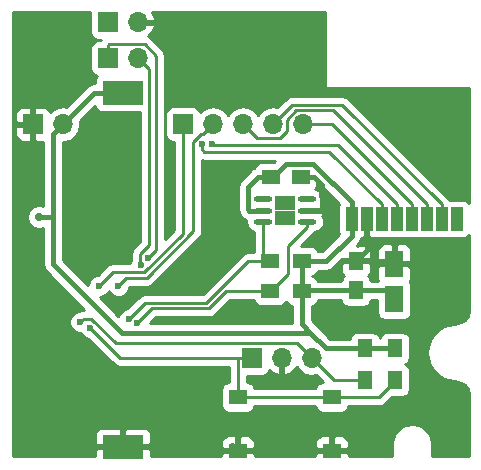
<source format=gtl>
G04 #@! TF.FileFunction,Copper,L1,Top,Signal*
%FSLAX46Y46*%
G04 Gerber Fmt 4.6, Leading zero omitted, Abs format (unit mm)*
G04 Created by KiCad (PCBNEW 4.0.6-e0-6349~53~ubuntu16.04.1) date Sun Jul  2 13:03:49 2017*
%MOMM*%
%LPD*%
G01*
G04 APERTURE LIST*
%ADD10C,0.100000*%
%ADD11R,1.700000X1.700000*%
%ADD12O,1.700000X1.700000*%
%ADD13R,3.500000X2.000000*%
%ADD14R,1.500000X1.300000*%
%ADD15R,1.500000X1.250000*%
%ADD16O,1.630000X0.450000*%
%ADD17R,0.850000X1.300000*%
%ADD18R,1.000000X2.000000*%
%ADD19R,1.600000X2.200000*%
%ADD20R,1.250000X1.500000*%
%ADD21R,1.300000X1.500000*%
%ADD22R,1.550000X1.300000*%
%ADD23C,0.600000*%
%ADD24C,0.700000*%
%ADD25C,0.400000*%
%ADD26C,0.250000*%
%ADD27C,0.254000*%
G04 APERTURE END LIST*
D10*
D11*
X170942000Y-140970000D03*
D12*
X173482000Y-140970000D03*
X176022000Y-140970000D03*
D13*
X160020000Y-118500000D03*
X160020000Y-148500000D03*
D11*
X158750000Y-112522000D03*
D12*
X161290000Y-112522000D03*
D14*
X175169800Y-132765800D03*
X172469800Y-132765800D03*
D15*
X172569800Y-125628400D03*
X175069800Y-125628400D03*
D16*
X175589800Y-129438400D03*
X175589800Y-128488400D03*
X175589800Y-127538400D03*
X171909800Y-127538400D03*
X171909800Y-128488400D03*
X171909800Y-129438400D03*
D17*
X173324800Y-127838400D03*
X173324800Y-129138400D03*
X174174800Y-127838400D03*
X174174800Y-129138400D03*
D14*
X175169800Y-135305800D03*
X172469800Y-135305800D03*
D18*
X179400000Y-129200000D03*
X180670000Y-129200000D03*
X181940000Y-129200000D03*
X183210000Y-129200000D03*
X184480000Y-129200000D03*
X185750000Y-129200000D03*
X187020000Y-129200000D03*
X188290000Y-129200000D03*
D19*
X183000000Y-133000000D03*
X183000000Y-136000000D03*
D20*
X179750000Y-135250000D03*
X179750000Y-132750000D03*
D21*
X183032400Y-140153400D03*
X183032400Y-142853400D03*
X180492400Y-140153400D03*
X180492400Y-142853400D03*
D11*
X158750000Y-115570000D03*
D12*
X161290000Y-115570000D03*
D11*
X152400000Y-121158000D03*
D12*
X154940000Y-121158000D03*
D11*
X165100000Y-121158000D03*
D12*
X167640000Y-121158000D03*
X170180000Y-121158000D03*
X172720000Y-121158000D03*
X175260000Y-121158000D03*
D22*
X169756000Y-148808000D03*
X169756000Y-144308000D03*
X177716000Y-144308000D03*
X177716000Y-148808000D03*
D23*
X174174800Y-129138400D03*
X173324800Y-129138400D03*
X174174800Y-127838400D03*
X173324800Y-127838400D03*
D24*
X152908000Y-129032000D03*
X169164000Y-137160000D03*
X160274000Y-131730312D03*
X168910000Y-128270000D03*
X176808069Y-126410151D03*
X162560000Y-148336000D03*
X184404000Y-133096000D03*
D23*
X159639000Y-134848600D03*
X156425997Y-137922000D03*
X166703977Y-122866255D03*
X167579058Y-122875058D03*
X161544000Y-133096000D03*
X162109687Y-132530313D03*
X161243543Y-138025771D03*
X160528000Y-137668000D03*
X158013400Y-134848600D03*
X157226000Y-138430000D03*
D25*
X175875774Y-138825772D02*
X175169800Y-138119798D01*
X175169800Y-138119798D02*
X175169800Y-135305800D01*
X180492400Y-140153400D02*
X177203402Y-140153400D01*
X177203402Y-140153400D02*
X175875774Y-138825772D01*
X175875774Y-138825772D02*
X159907772Y-138825772D01*
X178967400Y-140153400D02*
X180492400Y-140153400D01*
X183032400Y-136032400D02*
X183000000Y-136000000D01*
X159907772Y-138825772D02*
X154090001Y-133008001D01*
X179400000Y-129200000D02*
X179400000Y-130600000D01*
X179400000Y-130600000D02*
X177234200Y-132765800D01*
X177234200Y-132765800D02*
X176319800Y-132765800D01*
X176319800Y-132765800D02*
X175169800Y-132765800D01*
X175169800Y-135305800D02*
X175169800Y-132765800D01*
X179750000Y-135250000D02*
X175225600Y-135250000D01*
X175225600Y-135250000D02*
X175169800Y-135305800D01*
X175169800Y-135305800D02*
X175069800Y-135305800D01*
X179400000Y-129200000D02*
X179400000Y-127800000D01*
X179400000Y-127800000D02*
X176103399Y-124503399D01*
X176103399Y-124503399D02*
X173819801Y-124503399D01*
X173819801Y-124503399D02*
X172694800Y-125628400D01*
X172694800Y-125628400D02*
X172569800Y-125628400D01*
X172569800Y-125628400D02*
X171419800Y-125628400D01*
X170594790Y-128388390D02*
X170694800Y-128488400D01*
X171419800Y-125628400D02*
X170594790Y-126453410D01*
X170594790Y-126453410D02*
X170594790Y-128388390D01*
X170694800Y-128488400D02*
X171909800Y-128488400D01*
X154090001Y-129794000D02*
X154090001Y-129032000D01*
X154090001Y-129032000D02*
X154090001Y-122007999D01*
X152908000Y-129032000D02*
X154090001Y-129032000D01*
X179400000Y-129200000D02*
X179400000Y-129086998D01*
X180492400Y-140153400D02*
X183032400Y-140153400D01*
X154090001Y-130556000D02*
X154090001Y-129794000D01*
X154090001Y-133008001D02*
X154090001Y-129794000D01*
X154090001Y-130556000D02*
X154090001Y-131171003D01*
X154090001Y-122007999D02*
X154940000Y-121158000D01*
X179400000Y-128700000D02*
X179400000Y-129200000D01*
X179750000Y-135250000D02*
X182250000Y-135250000D01*
X182250000Y-135250000D02*
X183000000Y-136000000D01*
X160020000Y-118500000D02*
X157598000Y-118500000D01*
X157598000Y-118500000D02*
X154940000Y-121158000D01*
X176904810Y-126313410D02*
X176808069Y-126410151D01*
X176808069Y-126410151D02*
X176904810Y-128388390D01*
X175069800Y-125628400D02*
X176219800Y-125628400D01*
X176804800Y-128488400D02*
X175589800Y-128488400D01*
X176219800Y-125628400D02*
X176904810Y-126313410D01*
X176904810Y-128388390D02*
X176804800Y-128488400D01*
X169756000Y-148808000D02*
X170931000Y-148808000D01*
X170931000Y-148808000D02*
X177716000Y-148808000D01*
X169756000Y-148808000D02*
X163032000Y-148808000D01*
X163032000Y-148808000D02*
X162560000Y-148336000D01*
X162396000Y-148500000D02*
X162560000Y-148336000D01*
X160020000Y-148500000D02*
X162396000Y-148500000D01*
X169284000Y-148336000D02*
X169756000Y-148808000D01*
X183000000Y-133000000D02*
X184308000Y-133000000D01*
X184308000Y-133000000D02*
X184404000Y-133096000D01*
X180975000Y-132750000D02*
X182750000Y-132750000D01*
X179750000Y-132750000D02*
X180975000Y-132750000D01*
X179750000Y-132750000D02*
X180670000Y-131830000D01*
X180670000Y-131830000D02*
X180670000Y-129200000D01*
X182750000Y-132750000D02*
X183000000Y-133000000D01*
D26*
X166637231Y-122007999D02*
X166790001Y-122007999D01*
X166790001Y-122007999D02*
X167640000Y-121158000D01*
X165989000Y-122656230D02*
X166637231Y-122007999D01*
X167640000Y-121158000D02*
X167487600Y-121158000D01*
X159639000Y-134848600D02*
X160316589Y-134171011D01*
X160316589Y-134171011D02*
X162030402Y-134171010D01*
X162030402Y-134171010D02*
X165989000Y-130212412D01*
X165989000Y-130212412D02*
X165989000Y-122656230D01*
X176022000Y-140970000D02*
X174746999Y-139694999D01*
X174746999Y-139694999D02*
X159416001Y-139694999D01*
X159416001Y-139694999D02*
X157343003Y-137622001D01*
X157343003Y-137622001D02*
X156725996Y-137622001D01*
X156725996Y-137622001D02*
X156425997Y-137922000D01*
X180492400Y-142853400D02*
X177905400Y-142853400D01*
X177905400Y-142853400D02*
X176022000Y-140970000D01*
X180492400Y-142753400D02*
X180492400Y-142853400D01*
X181940000Y-129200000D02*
X181940000Y-127950000D01*
X181940000Y-127950000D02*
X177490059Y-123500059D01*
X177490059Y-123500059D02*
X166913517Y-123500059D01*
X166913517Y-123500059D02*
X166703977Y-123290519D01*
X166703977Y-123290519D02*
X166703977Y-122866255D01*
X166703977Y-122924979D02*
X166703977Y-122866255D01*
X178196000Y-122936000D02*
X167640000Y-122936000D01*
X167640000Y-122936000D02*
X167579058Y-122875058D01*
X178196000Y-122936000D02*
X183210000Y-127950000D01*
X183210000Y-127950000D02*
X183210000Y-129200000D01*
X185750000Y-129200000D02*
X185750000Y-127950000D01*
X173284001Y-122333001D02*
X171355001Y-122333001D01*
X185750000Y-127950000D02*
X177782999Y-119982999D01*
X177782999Y-119982999D02*
X174695999Y-119982999D01*
X174695999Y-119982999D02*
X173895001Y-120783997D01*
X173895001Y-120783997D02*
X173895001Y-121722001D01*
X171029999Y-122007999D02*
X170180000Y-121158000D01*
X173895001Y-121722001D02*
X173284001Y-122333001D01*
X171355001Y-122333001D02*
X171029999Y-122007999D01*
X187020000Y-129200000D02*
X187020000Y-127950000D01*
X187020000Y-127950000D02*
X178602989Y-119532989D01*
X178602989Y-119532989D02*
X174345011Y-119532989D01*
X174345011Y-119532989D02*
X173569999Y-120308001D01*
X173569999Y-120308001D02*
X172720000Y-121158000D01*
X184480000Y-129200000D02*
X184480000Y-127950000D01*
X184480000Y-127950000D02*
X177688000Y-121158000D01*
X177688000Y-121158000D02*
X176462081Y-121158000D01*
X176462081Y-121158000D02*
X175260000Y-121158000D01*
X161544000Y-133096000D02*
X161544000Y-132889628D01*
X162195001Y-131428999D02*
X162195001Y-116475001D01*
X162195001Y-116475001D02*
X162139999Y-116419999D01*
X161544000Y-132889628D02*
X161484686Y-132830314D01*
X161484686Y-132830314D02*
X161484686Y-132139314D01*
X161484686Y-132139314D02*
X162195001Y-131428999D01*
X162139999Y-116419999D02*
X161290000Y-115570000D01*
X162109687Y-132530313D02*
X162814000Y-131826000D01*
X162814000Y-131826000D02*
X162814000Y-115354998D01*
X162814000Y-115354998D02*
X161854001Y-114394999D01*
X161854001Y-114394999D02*
X158825001Y-114394999D01*
X158825001Y-114394999D02*
X158750000Y-114470000D01*
X158750000Y-114470000D02*
X158750000Y-115570000D01*
X172469800Y-135305800D02*
X172569800Y-135305800D01*
X172569800Y-135305800D02*
X173994799Y-133880801D01*
X173994799Y-133880801D02*
X173994799Y-131508401D01*
X173994799Y-131508401D02*
X175589800Y-129913400D01*
X175589800Y-129913400D02*
X175589800Y-129438400D01*
X167309800Y-136753600D02*
X168757600Y-135305800D01*
X168757600Y-135305800D02*
X172469800Y-135305800D01*
X162515714Y-136753600D02*
X167309800Y-136753600D01*
X161243543Y-138025771D02*
X162515714Y-136753600D01*
X171909800Y-129438400D02*
X171909800Y-132205800D01*
X171909800Y-132205800D02*
X172469800Y-132765800D01*
X167074010Y-136303590D02*
X170611800Y-132765800D01*
X170611800Y-132765800D02*
X172469800Y-132765800D01*
X160528000Y-137668000D02*
X161892410Y-136303590D01*
X161892410Y-136303590D02*
X167074010Y-136303590D01*
X158013400Y-134848600D02*
X159140999Y-133721001D01*
X159140999Y-133721001D02*
X161844001Y-133721001D01*
X161844001Y-133721001D02*
X165100000Y-130465002D01*
X165100000Y-130465002D02*
X165100000Y-122258000D01*
X165100000Y-122258000D02*
X165100000Y-121158000D01*
X159766000Y-140970000D02*
X170942000Y-140970000D01*
X169756000Y-144308000D02*
X169756000Y-141056000D01*
X169756000Y-141056000D02*
X169842000Y-140970000D01*
X169842000Y-140970000D02*
X170942000Y-140970000D01*
X177716000Y-144308000D02*
X181677800Y-144308000D01*
X181677800Y-144308000D02*
X183032400Y-142953400D01*
X183032400Y-142953400D02*
X183032400Y-142853400D01*
X157226000Y-138430000D02*
X159766000Y-140970000D01*
X169756000Y-144308000D02*
X170781000Y-144308000D01*
X170781000Y-144308000D02*
X177716000Y-144308000D01*
X177841000Y-144308000D02*
X177716000Y-144308000D01*
D27*
G36*
X157252560Y-113372000D02*
X157296838Y-113607317D01*
X157435910Y-113823441D01*
X157648110Y-113968431D01*
X157900000Y-114019440D01*
X158154574Y-114019440D01*
X158119080Y-114072560D01*
X157900000Y-114072560D01*
X157664683Y-114116838D01*
X157448559Y-114255910D01*
X157303569Y-114468110D01*
X157252560Y-114720000D01*
X157252560Y-116420000D01*
X157296838Y-116655317D01*
X157435910Y-116871441D01*
X157648110Y-117016431D01*
X157809533Y-117049120D01*
X157673569Y-117248110D01*
X157622560Y-117500000D01*
X157622560Y-117665000D01*
X157598000Y-117665000D01*
X157278460Y-117728560D01*
X157007566Y-117909566D01*
X155217939Y-119699193D01*
X154940000Y-119643907D01*
X154371715Y-119756946D01*
X153889946Y-120078853D01*
X153860597Y-120122777D01*
X153788327Y-119948302D01*
X153609699Y-119769673D01*
X153376310Y-119673000D01*
X152685750Y-119673000D01*
X152527000Y-119831750D01*
X152527000Y-121031000D01*
X152547000Y-121031000D01*
X152547000Y-121285000D01*
X152527000Y-121285000D01*
X152527000Y-122484250D01*
X152685750Y-122643000D01*
X153255001Y-122643000D01*
X153255001Y-128109546D01*
X153104788Y-128047172D01*
X152712931Y-128046830D01*
X152350771Y-128196471D01*
X152073445Y-128473314D01*
X151923172Y-128835212D01*
X151922830Y-129227069D01*
X152072471Y-129589229D01*
X152349314Y-129866555D01*
X152711212Y-130016828D01*
X153103069Y-130017170D01*
X153255001Y-129954393D01*
X153255001Y-133008001D01*
X153318562Y-133327542D01*
X153412989Y-133468862D01*
X153499567Y-133598435D01*
X156763133Y-136862001D01*
X156725996Y-136862001D01*
X156435157Y-136919853D01*
X156334784Y-136986920D01*
X156240830Y-136986838D01*
X155897054Y-137128883D01*
X155633805Y-137391673D01*
X155491159Y-137735201D01*
X155490835Y-138107167D01*
X155632880Y-138450943D01*
X155895670Y-138714192D01*
X156239198Y-138856838D01*
X156390749Y-138856970D01*
X156432883Y-138958943D01*
X156695673Y-139222192D01*
X157039201Y-139364838D01*
X157086077Y-139364879D01*
X159228599Y-141507401D01*
X159475160Y-141672148D01*
X159523414Y-141681746D01*
X159766000Y-141730000D01*
X168996000Y-141730000D01*
X168996000Y-143010560D01*
X168981000Y-143010560D01*
X168745683Y-143054838D01*
X168529559Y-143193910D01*
X168384569Y-143406110D01*
X168333560Y-143658000D01*
X168333560Y-144958000D01*
X168377838Y-145193317D01*
X168516910Y-145409441D01*
X168729110Y-145554431D01*
X168981000Y-145605440D01*
X170531000Y-145605440D01*
X170766317Y-145561162D01*
X170982441Y-145422090D01*
X171127431Y-145209890D01*
X171156164Y-145068000D01*
X176314258Y-145068000D01*
X176337838Y-145193317D01*
X176476910Y-145409441D01*
X176689110Y-145554431D01*
X176941000Y-145605440D01*
X178491000Y-145605440D01*
X178726317Y-145561162D01*
X178942441Y-145422090D01*
X179087431Y-145209890D01*
X179116164Y-145068000D01*
X181677800Y-145068000D01*
X181968639Y-145010148D01*
X182215201Y-144845401D01*
X182809762Y-144250840D01*
X183682400Y-144250840D01*
X183917717Y-144206562D01*
X184133841Y-144067490D01*
X184278831Y-143855290D01*
X184329840Y-143603400D01*
X184329840Y-142103400D01*
X184285562Y-141868083D01*
X184146490Y-141651959D01*
X183934290Y-141506969D01*
X183921203Y-141504319D01*
X184133841Y-141367490D01*
X184278831Y-141155290D01*
X184329840Y-140903400D01*
X184329840Y-139403400D01*
X184285562Y-139168083D01*
X184146490Y-138951959D01*
X183934290Y-138806969D01*
X183682400Y-138755960D01*
X182382400Y-138755960D01*
X182147083Y-138800238D01*
X181930959Y-138939310D01*
X181785969Y-139151510D01*
X181763407Y-139262923D01*
X181745562Y-139168083D01*
X181606490Y-138951959D01*
X181394290Y-138806969D01*
X181142400Y-138755960D01*
X179842400Y-138755960D01*
X179607083Y-138800238D01*
X179390959Y-138939310D01*
X179245969Y-139151510D01*
X179212173Y-139318400D01*
X177549270Y-139318400D01*
X176004800Y-137773930D01*
X176004800Y-136587246D01*
X176155117Y-136558962D01*
X176371241Y-136419890D01*
X176516231Y-136207690D01*
X176541076Y-136085000D01*
X178493554Y-136085000D01*
X178521838Y-136235317D01*
X178660910Y-136451441D01*
X178873110Y-136596431D01*
X179125000Y-136647440D01*
X180375000Y-136647440D01*
X180610317Y-136603162D01*
X180826441Y-136464090D01*
X180971431Y-136251890D01*
X181005227Y-136085000D01*
X181552560Y-136085000D01*
X181552560Y-137100000D01*
X181596838Y-137335317D01*
X181735910Y-137551441D01*
X181948110Y-137696431D01*
X182200000Y-137747440D01*
X183800000Y-137747440D01*
X184035317Y-137703162D01*
X184251441Y-137564090D01*
X184396431Y-137351890D01*
X184447440Y-137100000D01*
X184447440Y-134900000D01*
X184403162Y-134664683D01*
X184297518Y-134500507D01*
X184338327Y-134459698D01*
X184435000Y-134226309D01*
X184435000Y-133285750D01*
X184276250Y-133127000D01*
X183127000Y-133127000D01*
X183127000Y-133147000D01*
X182873000Y-133147000D01*
X182873000Y-133127000D01*
X181723750Y-133127000D01*
X181565000Y-133285750D01*
X181565000Y-134226309D01*
X181643158Y-134415000D01*
X181006446Y-134415000D01*
X180978162Y-134264683D01*
X180839090Y-134048559D01*
X180770994Y-134002031D01*
X180913327Y-133859698D01*
X181010000Y-133626309D01*
X181010000Y-133035750D01*
X180851250Y-132877000D01*
X179877000Y-132877000D01*
X179877000Y-132897000D01*
X179623000Y-132897000D01*
X179623000Y-132877000D01*
X178648750Y-132877000D01*
X178490000Y-133035750D01*
X178490000Y-133626309D01*
X178586673Y-133859698D01*
X178727910Y-134000936D01*
X178673559Y-134035910D01*
X178528569Y-134248110D01*
X178494773Y-134415000D01*
X176519434Y-134415000D01*
X176383890Y-134204359D01*
X176171690Y-134059369D01*
X176060277Y-134036807D01*
X176155117Y-134018962D01*
X176371241Y-133879890D01*
X176516231Y-133667690D01*
X176529777Y-133600800D01*
X177234200Y-133600800D01*
X177553741Y-133537239D01*
X177824634Y-133356234D01*
X178603309Y-132577559D01*
X178648750Y-132623000D01*
X179623000Y-132623000D01*
X179623000Y-132603000D01*
X179877000Y-132603000D01*
X179877000Y-132623000D01*
X180851250Y-132623000D01*
X181010000Y-132464250D01*
X181010000Y-131873691D01*
X180968579Y-131773691D01*
X181565000Y-131773691D01*
X181565000Y-132714250D01*
X181723750Y-132873000D01*
X182873000Y-132873000D01*
X182873000Y-131423750D01*
X183127000Y-131423750D01*
X183127000Y-132873000D01*
X184276250Y-132873000D01*
X184435000Y-132714250D01*
X184435000Y-131773691D01*
X184338327Y-131540302D01*
X184159699Y-131361673D01*
X183926310Y-131265000D01*
X183285750Y-131265000D01*
X183127000Y-131423750D01*
X182873000Y-131423750D01*
X182714250Y-131265000D01*
X182073690Y-131265000D01*
X181840301Y-131361673D01*
X181661673Y-131540302D01*
X181565000Y-131773691D01*
X180968579Y-131773691D01*
X180913327Y-131640302D01*
X180734699Y-131461673D01*
X180501310Y-131365000D01*
X180035750Y-131365000D01*
X179877002Y-131523748D01*
X179877002Y-131365000D01*
X179815868Y-131365000D01*
X179990434Y-131190434D01*
X180171440Y-130919540D01*
X180188256Y-130835000D01*
X180384250Y-130835000D01*
X180543000Y-130676250D01*
X180543000Y-130221925D01*
X180547440Y-130200000D01*
X180547440Y-129053000D01*
X180792560Y-129053000D01*
X180792560Y-130200000D01*
X180797000Y-130223597D01*
X180797000Y-130676250D01*
X180955750Y-130835000D01*
X181296309Y-130835000D01*
X181323320Y-130823812D01*
X181440000Y-130847440D01*
X182440000Y-130847440D01*
X182579956Y-130821105D01*
X182710000Y-130847440D01*
X183710000Y-130847440D01*
X183849956Y-130821105D01*
X183980000Y-130847440D01*
X184980000Y-130847440D01*
X185119956Y-130821105D01*
X185250000Y-130847440D01*
X186250000Y-130847440D01*
X186389956Y-130821105D01*
X186520000Y-130847440D01*
X187520000Y-130847440D01*
X187659956Y-130821105D01*
X187790000Y-130847440D01*
X188790000Y-130847440D01*
X189025317Y-130803162D01*
X189241441Y-130664090D01*
X189290000Y-130593022D01*
X189290000Y-136930069D01*
X189197983Y-137392667D01*
X188975555Y-137725555D01*
X188642666Y-137947984D01*
X188111486Y-138053642D01*
X188111481Y-138053644D01*
X187441790Y-138186853D01*
X187324738Y-138235338D01*
X187185849Y-138292867D01*
X186618108Y-138672219D01*
X186520164Y-138770164D01*
X186422219Y-138868108D01*
X186042867Y-139435849D01*
X186009321Y-139516838D01*
X185936853Y-139691790D01*
X185803642Y-140361486D01*
X185803643Y-140500000D01*
X185803642Y-140638514D01*
X185936853Y-141308210D01*
X185961408Y-141367490D01*
X186042867Y-141564151D01*
X186422219Y-142131892D01*
X186520164Y-142229836D01*
X186618108Y-142327781D01*
X187185849Y-142707133D01*
X187297549Y-142753400D01*
X187441790Y-142813147D01*
X188111481Y-142946356D01*
X188111486Y-142946358D01*
X188642666Y-143052016D01*
X188975555Y-143274445D01*
X189197983Y-143607333D01*
X189290000Y-144069931D01*
X189290000Y-149290000D01*
X186210000Y-149290000D01*
X186210000Y-148250000D01*
X186196358Y-148181416D01*
X186196358Y-148111486D01*
X186120238Y-147728804D01*
X186014223Y-147472863D01*
X186014223Y-147472862D01*
X185797451Y-147148438D01*
X185601562Y-146952550D01*
X185601561Y-146952549D01*
X185277138Y-146735776D01*
X185093368Y-146659657D01*
X185021196Y-146629762D01*
X184638513Y-146553642D01*
X184500000Y-146553642D01*
X183978804Y-146629762D01*
X183906632Y-146659657D01*
X183722862Y-146735777D01*
X183398438Y-146952549D01*
X183239501Y-147111487D01*
X183202549Y-147148439D01*
X182985776Y-147472862D01*
X182935581Y-147594046D01*
X182879762Y-147728804D01*
X182803642Y-148111487D01*
X182803642Y-148181416D01*
X182790000Y-148250000D01*
X182790000Y-149290000D01*
X179126000Y-149290000D01*
X179126000Y-149093750D01*
X178967250Y-148935000D01*
X177843000Y-148935000D01*
X177843000Y-148955000D01*
X177589000Y-148955000D01*
X177589000Y-148935000D01*
X176464750Y-148935000D01*
X176306000Y-149093750D01*
X176306000Y-149290000D01*
X171166000Y-149290000D01*
X171166000Y-149093750D01*
X171007250Y-148935000D01*
X169883000Y-148935000D01*
X169883000Y-148955000D01*
X169629000Y-148955000D01*
X169629000Y-148935000D01*
X168504750Y-148935000D01*
X168346000Y-149093750D01*
X168346000Y-149290000D01*
X162405000Y-149290000D01*
X162405000Y-148785750D01*
X162246250Y-148627000D01*
X160147000Y-148627000D01*
X160147000Y-148647000D01*
X159893000Y-148647000D01*
X159893000Y-148627000D01*
X157793750Y-148627000D01*
X157635000Y-148785750D01*
X157635000Y-149290000D01*
X150710000Y-149290000D01*
X150710000Y-147373691D01*
X157635000Y-147373691D01*
X157635000Y-148214250D01*
X157793750Y-148373000D01*
X159893000Y-148373000D01*
X159893000Y-147023750D01*
X160147000Y-147023750D01*
X160147000Y-148373000D01*
X162246250Y-148373000D01*
X162405000Y-148214250D01*
X162405000Y-148031690D01*
X168346000Y-148031690D01*
X168346000Y-148522250D01*
X168504750Y-148681000D01*
X169629000Y-148681000D01*
X169629000Y-147681750D01*
X169883000Y-147681750D01*
X169883000Y-148681000D01*
X171007250Y-148681000D01*
X171166000Y-148522250D01*
X171166000Y-148031690D01*
X176306000Y-148031690D01*
X176306000Y-148522250D01*
X176464750Y-148681000D01*
X177589000Y-148681000D01*
X177589000Y-147681750D01*
X177843000Y-147681750D01*
X177843000Y-148681000D01*
X178967250Y-148681000D01*
X179126000Y-148522250D01*
X179126000Y-148031690D01*
X179029327Y-147798301D01*
X178850698Y-147619673D01*
X178617309Y-147523000D01*
X178001750Y-147523000D01*
X177843000Y-147681750D01*
X177589000Y-147681750D01*
X177430250Y-147523000D01*
X176814691Y-147523000D01*
X176581302Y-147619673D01*
X176402673Y-147798301D01*
X176306000Y-148031690D01*
X171166000Y-148031690D01*
X171069327Y-147798301D01*
X170890698Y-147619673D01*
X170657309Y-147523000D01*
X170041750Y-147523000D01*
X169883000Y-147681750D01*
X169629000Y-147681750D01*
X169470250Y-147523000D01*
X168854691Y-147523000D01*
X168621302Y-147619673D01*
X168442673Y-147798301D01*
X168346000Y-148031690D01*
X162405000Y-148031690D01*
X162405000Y-147373691D01*
X162308327Y-147140302D01*
X162129699Y-146961673D01*
X161896310Y-146865000D01*
X160305750Y-146865000D01*
X160147000Y-147023750D01*
X159893000Y-147023750D01*
X159734250Y-146865000D01*
X158143690Y-146865000D01*
X157910301Y-146961673D01*
X157731673Y-147140302D01*
X157635000Y-147373691D01*
X150710000Y-147373691D01*
X150710000Y-121443750D01*
X150915000Y-121443750D01*
X150915000Y-122134309D01*
X151011673Y-122367698D01*
X151190301Y-122546327D01*
X151423690Y-122643000D01*
X152114250Y-122643000D01*
X152273000Y-122484250D01*
X152273000Y-121285000D01*
X151073750Y-121285000D01*
X150915000Y-121443750D01*
X150710000Y-121443750D01*
X150710000Y-120181691D01*
X150915000Y-120181691D01*
X150915000Y-120872250D01*
X151073750Y-121031000D01*
X152273000Y-121031000D01*
X152273000Y-119831750D01*
X152114250Y-119673000D01*
X151423690Y-119673000D01*
X151190301Y-119769673D01*
X151011673Y-119948302D01*
X150915000Y-120181691D01*
X150710000Y-120181691D01*
X150710000Y-111710000D01*
X157252560Y-111710000D01*
X157252560Y-113372000D01*
X157252560Y-113372000D01*
G37*
X157252560Y-113372000D02*
X157296838Y-113607317D01*
X157435910Y-113823441D01*
X157648110Y-113968431D01*
X157900000Y-114019440D01*
X158154574Y-114019440D01*
X158119080Y-114072560D01*
X157900000Y-114072560D01*
X157664683Y-114116838D01*
X157448559Y-114255910D01*
X157303569Y-114468110D01*
X157252560Y-114720000D01*
X157252560Y-116420000D01*
X157296838Y-116655317D01*
X157435910Y-116871441D01*
X157648110Y-117016431D01*
X157809533Y-117049120D01*
X157673569Y-117248110D01*
X157622560Y-117500000D01*
X157622560Y-117665000D01*
X157598000Y-117665000D01*
X157278460Y-117728560D01*
X157007566Y-117909566D01*
X155217939Y-119699193D01*
X154940000Y-119643907D01*
X154371715Y-119756946D01*
X153889946Y-120078853D01*
X153860597Y-120122777D01*
X153788327Y-119948302D01*
X153609699Y-119769673D01*
X153376310Y-119673000D01*
X152685750Y-119673000D01*
X152527000Y-119831750D01*
X152527000Y-121031000D01*
X152547000Y-121031000D01*
X152547000Y-121285000D01*
X152527000Y-121285000D01*
X152527000Y-122484250D01*
X152685750Y-122643000D01*
X153255001Y-122643000D01*
X153255001Y-128109546D01*
X153104788Y-128047172D01*
X152712931Y-128046830D01*
X152350771Y-128196471D01*
X152073445Y-128473314D01*
X151923172Y-128835212D01*
X151922830Y-129227069D01*
X152072471Y-129589229D01*
X152349314Y-129866555D01*
X152711212Y-130016828D01*
X153103069Y-130017170D01*
X153255001Y-129954393D01*
X153255001Y-133008001D01*
X153318562Y-133327542D01*
X153412989Y-133468862D01*
X153499567Y-133598435D01*
X156763133Y-136862001D01*
X156725996Y-136862001D01*
X156435157Y-136919853D01*
X156334784Y-136986920D01*
X156240830Y-136986838D01*
X155897054Y-137128883D01*
X155633805Y-137391673D01*
X155491159Y-137735201D01*
X155490835Y-138107167D01*
X155632880Y-138450943D01*
X155895670Y-138714192D01*
X156239198Y-138856838D01*
X156390749Y-138856970D01*
X156432883Y-138958943D01*
X156695673Y-139222192D01*
X157039201Y-139364838D01*
X157086077Y-139364879D01*
X159228599Y-141507401D01*
X159475160Y-141672148D01*
X159523414Y-141681746D01*
X159766000Y-141730000D01*
X168996000Y-141730000D01*
X168996000Y-143010560D01*
X168981000Y-143010560D01*
X168745683Y-143054838D01*
X168529559Y-143193910D01*
X168384569Y-143406110D01*
X168333560Y-143658000D01*
X168333560Y-144958000D01*
X168377838Y-145193317D01*
X168516910Y-145409441D01*
X168729110Y-145554431D01*
X168981000Y-145605440D01*
X170531000Y-145605440D01*
X170766317Y-145561162D01*
X170982441Y-145422090D01*
X171127431Y-145209890D01*
X171156164Y-145068000D01*
X176314258Y-145068000D01*
X176337838Y-145193317D01*
X176476910Y-145409441D01*
X176689110Y-145554431D01*
X176941000Y-145605440D01*
X178491000Y-145605440D01*
X178726317Y-145561162D01*
X178942441Y-145422090D01*
X179087431Y-145209890D01*
X179116164Y-145068000D01*
X181677800Y-145068000D01*
X181968639Y-145010148D01*
X182215201Y-144845401D01*
X182809762Y-144250840D01*
X183682400Y-144250840D01*
X183917717Y-144206562D01*
X184133841Y-144067490D01*
X184278831Y-143855290D01*
X184329840Y-143603400D01*
X184329840Y-142103400D01*
X184285562Y-141868083D01*
X184146490Y-141651959D01*
X183934290Y-141506969D01*
X183921203Y-141504319D01*
X184133841Y-141367490D01*
X184278831Y-141155290D01*
X184329840Y-140903400D01*
X184329840Y-139403400D01*
X184285562Y-139168083D01*
X184146490Y-138951959D01*
X183934290Y-138806969D01*
X183682400Y-138755960D01*
X182382400Y-138755960D01*
X182147083Y-138800238D01*
X181930959Y-138939310D01*
X181785969Y-139151510D01*
X181763407Y-139262923D01*
X181745562Y-139168083D01*
X181606490Y-138951959D01*
X181394290Y-138806969D01*
X181142400Y-138755960D01*
X179842400Y-138755960D01*
X179607083Y-138800238D01*
X179390959Y-138939310D01*
X179245969Y-139151510D01*
X179212173Y-139318400D01*
X177549270Y-139318400D01*
X176004800Y-137773930D01*
X176004800Y-136587246D01*
X176155117Y-136558962D01*
X176371241Y-136419890D01*
X176516231Y-136207690D01*
X176541076Y-136085000D01*
X178493554Y-136085000D01*
X178521838Y-136235317D01*
X178660910Y-136451441D01*
X178873110Y-136596431D01*
X179125000Y-136647440D01*
X180375000Y-136647440D01*
X180610317Y-136603162D01*
X180826441Y-136464090D01*
X180971431Y-136251890D01*
X181005227Y-136085000D01*
X181552560Y-136085000D01*
X181552560Y-137100000D01*
X181596838Y-137335317D01*
X181735910Y-137551441D01*
X181948110Y-137696431D01*
X182200000Y-137747440D01*
X183800000Y-137747440D01*
X184035317Y-137703162D01*
X184251441Y-137564090D01*
X184396431Y-137351890D01*
X184447440Y-137100000D01*
X184447440Y-134900000D01*
X184403162Y-134664683D01*
X184297518Y-134500507D01*
X184338327Y-134459698D01*
X184435000Y-134226309D01*
X184435000Y-133285750D01*
X184276250Y-133127000D01*
X183127000Y-133127000D01*
X183127000Y-133147000D01*
X182873000Y-133147000D01*
X182873000Y-133127000D01*
X181723750Y-133127000D01*
X181565000Y-133285750D01*
X181565000Y-134226309D01*
X181643158Y-134415000D01*
X181006446Y-134415000D01*
X180978162Y-134264683D01*
X180839090Y-134048559D01*
X180770994Y-134002031D01*
X180913327Y-133859698D01*
X181010000Y-133626309D01*
X181010000Y-133035750D01*
X180851250Y-132877000D01*
X179877000Y-132877000D01*
X179877000Y-132897000D01*
X179623000Y-132897000D01*
X179623000Y-132877000D01*
X178648750Y-132877000D01*
X178490000Y-133035750D01*
X178490000Y-133626309D01*
X178586673Y-133859698D01*
X178727910Y-134000936D01*
X178673559Y-134035910D01*
X178528569Y-134248110D01*
X178494773Y-134415000D01*
X176519434Y-134415000D01*
X176383890Y-134204359D01*
X176171690Y-134059369D01*
X176060277Y-134036807D01*
X176155117Y-134018962D01*
X176371241Y-133879890D01*
X176516231Y-133667690D01*
X176529777Y-133600800D01*
X177234200Y-133600800D01*
X177553741Y-133537239D01*
X177824634Y-133356234D01*
X178603309Y-132577559D01*
X178648750Y-132623000D01*
X179623000Y-132623000D01*
X179623000Y-132603000D01*
X179877000Y-132603000D01*
X179877000Y-132623000D01*
X180851250Y-132623000D01*
X181010000Y-132464250D01*
X181010000Y-131873691D01*
X180968579Y-131773691D01*
X181565000Y-131773691D01*
X181565000Y-132714250D01*
X181723750Y-132873000D01*
X182873000Y-132873000D01*
X182873000Y-131423750D01*
X183127000Y-131423750D01*
X183127000Y-132873000D01*
X184276250Y-132873000D01*
X184435000Y-132714250D01*
X184435000Y-131773691D01*
X184338327Y-131540302D01*
X184159699Y-131361673D01*
X183926310Y-131265000D01*
X183285750Y-131265000D01*
X183127000Y-131423750D01*
X182873000Y-131423750D01*
X182714250Y-131265000D01*
X182073690Y-131265000D01*
X181840301Y-131361673D01*
X181661673Y-131540302D01*
X181565000Y-131773691D01*
X180968579Y-131773691D01*
X180913327Y-131640302D01*
X180734699Y-131461673D01*
X180501310Y-131365000D01*
X180035750Y-131365000D01*
X179877002Y-131523748D01*
X179877002Y-131365000D01*
X179815868Y-131365000D01*
X179990434Y-131190434D01*
X180171440Y-130919540D01*
X180188256Y-130835000D01*
X180384250Y-130835000D01*
X180543000Y-130676250D01*
X180543000Y-130221925D01*
X180547440Y-130200000D01*
X180547440Y-129053000D01*
X180792560Y-129053000D01*
X180792560Y-130200000D01*
X180797000Y-130223597D01*
X180797000Y-130676250D01*
X180955750Y-130835000D01*
X181296309Y-130835000D01*
X181323320Y-130823812D01*
X181440000Y-130847440D01*
X182440000Y-130847440D01*
X182579956Y-130821105D01*
X182710000Y-130847440D01*
X183710000Y-130847440D01*
X183849956Y-130821105D01*
X183980000Y-130847440D01*
X184980000Y-130847440D01*
X185119956Y-130821105D01*
X185250000Y-130847440D01*
X186250000Y-130847440D01*
X186389956Y-130821105D01*
X186520000Y-130847440D01*
X187520000Y-130847440D01*
X187659956Y-130821105D01*
X187790000Y-130847440D01*
X188790000Y-130847440D01*
X189025317Y-130803162D01*
X189241441Y-130664090D01*
X189290000Y-130593022D01*
X189290000Y-136930069D01*
X189197983Y-137392667D01*
X188975555Y-137725555D01*
X188642666Y-137947984D01*
X188111486Y-138053642D01*
X188111481Y-138053644D01*
X187441790Y-138186853D01*
X187324738Y-138235338D01*
X187185849Y-138292867D01*
X186618108Y-138672219D01*
X186520164Y-138770164D01*
X186422219Y-138868108D01*
X186042867Y-139435849D01*
X186009321Y-139516838D01*
X185936853Y-139691790D01*
X185803642Y-140361486D01*
X185803643Y-140500000D01*
X185803642Y-140638514D01*
X185936853Y-141308210D01*
X185961408Y-141367490D01*
X186042867Y-141564151D01*
X186422219Y-142131892D01*
X186520164Y-142229836D01*
X186618108Y-142327781D01*
X187185849Y-142707133D01*
X187297549Y-142753400D01*
X187441790Y-142813147D01*
X188111481Y-142946356D01*
X188111486Y-142946358D01*
X188642666Y-143052016D01*
X188975555Y-143274445D01*
X189197983Y-143607333D01*
X189290000Y-144069931D01*
X189290000Y-149290000D01*
X186210000Y-149290000D01*
X186210000Y-148250000D01*
X186196358Y-148181416D01*
X186196358Y-148111486D01*
X186120238Y-147728804D01*
X186014223Y-147472863D01*
X186014223Y-147472862D01*
X185797451Y-147148438D01*
X185601562Y-146952550D01*
X185601561Y-146952549D01*
X185277138Y-146735776D01*
X185093368Y-146659657D01*
X185021196Y-146629762D01*
X184638513Y-146553642D01*
X184500000Y-146553642D01*
X183978804Y-146629762D01*
X183906632Y-146659657D01*
X183722862Y-146735777D01*
X183398438Y-146952549D01*
X183239501Y-147111487D01*
X183202549Y-147148439D01*
X182985776Y-147472862D01*
X182935581Y-147594046D01*
X182879762Y-147728804D01*
X182803642Y-148111487D01*
X182803642Y-148181416D01*
X182790000Y-148250000D01*
X182790000Y-149290000D01*
X179126000Y-149290000D01*
X179126000Y-149093750D01*
X178967250Y-148935000D01*
X177843000Y-148935000D01*
X177843000Y-148955000D01*
X177589000Y-148955000D01*
X177589000Y-148935000D01*
X176464750Y-148935000D01*
X176306000Y-149093750D01*
X176306000Y-149290000D01*
X171166000Y-149290000D01*
X171166000Y-149093750D01*
X171007250Y-148935000D01*
X169883000Y-148935000D01*
X169883000Y-148955000D01*
X169629000Y-148955000D01*
X169629000Y-148935000D01*
X168504750Y-148935000D01*
X168346000Y-149093750D01*
X168346000Y-149290000D01*
X162405000Y-149290000D01*
X162405000Y-148785750D01*
X162246250Y-148627000D01*
X160147000Y-148627000D01*
X160147000Y-148647000D01*
X159893000Y-148647000D01*
X159893000Y-148627000D01*
X157793750Y-148627000D01*
X157635000Y-148785750D01*
X157635000Y-149290000D01*
X150710000Y-149290000D01*
X150710000Y-147373691D01*
X157635000Y-147373691D01*
X157635000Y-148214250D01*
X157793750Y-148373000D01*
X159893000Y-148373000D01*
X159893000Y-147023750D01*
X160147000Y-147023750D01*
X160147000Y-148373000D01*
X162246250Y-148373000D01*
X162405000Y-148214250D01*
X162405000Y-148031690D01*
X168346000Y-148031690D01*
X168346000Y-148522250D01*
X168504750Y-148681000D01*
X169629000Y-148681000D01*
X169629000Y-147681750D01*
X169883000Y-147681750D01*
X169883000Y-148681000D01*
X171007250Y-148681000D01*
X171166000Y-148522250D01*
X171166000Y-148031690D01*
X176306000Y-148031690D01*
X176306000Y-148522250D01*
X176464750Y-148681000D01*
X177589000Y-148681000D01*
X177589000Y-147681750D01*
X177843000Y-147681750D01*
X177843000Y-148681000D01*
X178967250Y-148681000D01*
X179126000Y-148522250D01*
X179126000Y-148031690D01*
X179029327Y-147798301D01*
X178850698Y-147619673D01*
X178617309Y-147523000D01*
X178001750Y-147523000D01*
X177843000Y-147681750D01*
X177589000Y-147681750D01*
X177430250Y-147523000D01*
X176814691Y-147523000D01*
X176581302Y-147619673D01*
X176402673Y-147798301D01*
X176306000Y-148031690D01*
X171166000Y-148031690D01*
X171069327Y-147798301D01*
X170890698Y-147619673D01*
X170657309Y-147523000D01*
X170041750Y-147523000D01*
X169883000Y-147681750D01*
X169629000Y-147681750D01*
X169470250Y-147523000D01*
X168854691Y-147523000D01*
X168621302Y-147619673D01*
X168442673Y-147798301D01*
X168346000Y-148031690D01*
X162405000Y-148031690D01*
X162405000Y-147373691D01*
X162308327Y-147140302D01*
X162129699Y-146961673D01*
X161896310Y-146865000D01*
X160305750Y-146865000D01*
X160147000Y-147023750D01*
X159893000Y-147023750D01*
X159734250Y-146865000D01*
X158143690Y-146865000D01*
X157910301Y-146961673D01*
X157731673Y-147140302D01*
X157635000Y-147373691D01*
X150710000Y-147373691D01*
X150710000Y-121443750D01*
X150915000Y-121443750D01*
X150915000Y-122134309D01*
X151011673Y-122367698D01*
X151190301Y-122546327D01*
X151423690Y-122643000D01*
X152114250Y-122643000D01*
X152273000Y-122484250D01*
X152273000Y-121285000D01*
X151073750Y-121285000D01*
X150915000Y-121443750D01*
X150710000Y-121443750D01*
X150710000Y-120181691D01*
X150915000Y-120181691D01*
X150915000Y-120872250D01*
X151073750Y-121031000D01*
X152273000Y-121031000D01*
X152273000Y-119831750D01*
X152114250Y-119673000D01*
X151423690Y-119673000D01*
X151190301Y-119769673D01*
X151011673Y-119948302D01*
X150915000Y-120181691D01*
X150710000Y-120181691D01*
X150710000Y-111710000D01*
X157252560Y-111710000D01*
X157252560Y-113372000D01*
G36*
X173609000Y-140843000D02*
X173629000Y-140843000D01*
X173629000Y-141097000D01*
X173609000Y-141097000D01*
X173609000Y-142290155D01*
X173838890Y-142411476D01*
X174248924Y-142241645D01*
X174677183Y-141851358D01*
X174744298Y-141708447D01*
X174971946Y-142049147D01*
X175453715Y-142371054D01*
X176022000Y-142484093D01*
X176388408Y-142411210D01*
X176987758Y-143010560D01*
X176941000Y-143010560D01*
X176705683Y-143054838D01*
X176489559Y-143193910D01*
X176344569Y-143406110D01*
X176315836Y-143548000D01*
X171157742Y-143548000D01*
X171134162Y-143422683D01*
X170995090Y-143206559D01*
X170782890Y-143061569D01*
X170531000Y-143010560D01*
X170516000Y-143010560D01*
X170516000Y-142467440D01*
X171792000Y-142467440D01*
X172027317Y-142423162D01*
X172243441Y-142284090D01*
X172388431Y-142071890D01*
X172410301Y-141963893D01*
X172715076Y-142241645D01*
X173125110Y-142411476D01*
X173355000Y-142290155D01*
X173355000Y-141097000D01*
X173335000Y-141097000D01*
X173335000Y-140843000D01*
X173355000Y-140843000D01*
X173355000Y-140823000D01*
X173609000Y-140823000D01*
X173609000Y-140843000D01*
X173609000Y-140843000D01*
G37*
X173609000Y-140843000D02*
X173629000Y-140843000D01*
X173629000Y-141097000D01*
X173609000Y-141097000D01*
X173609000Y-142290155D01*
X173838890Y-142411476D01*
X174248924Y-142241645D01*
X174677183Y-141851358D01*
X174744298Y-141708447D01*
X174971946Y-142049147D01*
X175453715Y-142371054D01*
X176022000Y-142484093D01*
X176388408Y-142411210D01*
X176987758Y-143010560D01*
X176941000Y-143010560D01*
X176705683Y-143054838D01*
X176489559Y-143193910D01*
X176344569Y-143406110D01*
X176315836Y-143548000D01*
X171157742Y-143548000D01*
X171134162Y-143422683D01*
X170995090Y-143206559D01*
X170782890Y-143061569D01*
X170531000Y-143010560D01*
X170516000Y-143010560D01*
X170516000Y-142467440D01*
X171792000Y-142467440D01*
X172027317Y-142423162D01*
X172243441Y-142284090D01*
X172388431Y-142071890D01*
X172410301Y-141963893D01*
X172715076Y-142241645D01*
X173125110Y-142411476D01*
X173355000Y-142290155D01*
X173355000Y-141097000D01*
X173335000Y-141097000D01*
X173335000Y-140843000D01*
X173355000Y-140843000D01*
X173355000Y-140823000D01*
X173609000Y-140823000D01*
X173609000Y-140843000D01*
G36*
X171116638Y-136191117D02*
X171255710Y-136407241D01*
X171467910Y-136552231D01*
X171719800Y-136603240D01*
X173219800Y-136603240D01*
X173455117Y-136558962D01*
X173671241Y-136419890D01*
X173816231Y-136207690D01*
X173818881Y-136194603D01*
X173955710Y-136407241D01*
X174167910Y-136552231D01*
X174334800Y-136586027D01*
X174334800Y-137990772D01*
X162353344Y-137990772D01*
X162830516Y-137513600D01*
X167309800Y-137513600D01*
X167600639Y-137455748D01*
X167847201Y-137291001D01*
X169072402Y-136065800D01*
X171093058Y-136065800D01*
X171116638Y-136191117D01*
X171116638Y-136191117D01*
G37*
X171116638Y-136191117D02*
X171255710Y-136407241D01*
X171467910Y-136552231D01*
X171719800Y-136603240D01*
X173219800Y-136603240D01*
X173455117Y-136558962D01*
X173671241Y-136419890D01*
X173816231Y-136207690D01*
X173818881Y-136194603D01*
X173955710Y-136407241D01*
X174167910Y-136552231D01*
X174334800Y-136586027D01*
X174334800Y-137990772D01*
X162353344Y-137990772D01*
X162830516Y-137513600D01*
X167309800Y-137513600D01*
X167600639Y-137455748D01*
X167847201Y-137291001D01*
X169072402Y-136065800D01*
X171093058Y-136065800D01*
X171116638Y-136191117D01*
G36*
X166913517Y-124260059D02*
X172882273Y-124260059D01*
X172786372Y-124355960D01*
X171819800Y-124355960D01*
X171584483Y-124400238D01*
X171368359Y-124539310D01*
X171223369Y-124751510D01*
X171206285Y-124835871D01*
X171100259Y-124856961D01*
X170881098Y-125003400D01*
X170829366Y-125037966D01*
X170004356Y-125862976D01*
X169823351Y-126133869D01*
X169759790Y-126453410D01*
X169759790Y-128388390D01*
X169823351Y-128707931D01*
X169909546Y-128836931D01*
X170004356Y-128978824D01*
X170104365Y-129078834D01*
X170239813Y-129169337D01*
X170375259Y-129259839D01*
X170463423Y-129277376D01*
X170431393Y-129438400D01*
X170496857Y-129767508D01*
X170683281Y-130046512D01*
X170962285Y-130232936D01*
X171149800Y-130270235D01*
X171149800Y-131825227D01*
X171123369Y-131863910D01*
X171094636Y-132005800D01*
X170611800Y-132005800D01*
X170320961Y-132063652D01*
X170074399Y-132228399D01*
X166759208Y-135543590D01*
X161892410Y-135543590D01*
X161601571Y-135601442D01*
X161355009Y-135766189D01*
X160388320Y-136732878D01*
X160342833Y-136732838D01*
X159999057Y-136874883D01*
X159735808Y-137137673D01*
X159637439Y-137374571D01*
X158046498Y-135783630D01*
X158198567Y-135783762D01*
X158542343Y-135641717D01*
X158805592Y-135378927D01*
X158826074Y-135329601D01*
X158845883Y-135377543D01*
X159108673Y-135640792D01*
X159452201Y-135783438D01*
X159824167Y-135783762D01*
X160167943Y-135641717D01*
X160431192Y-135378927D01*
X160573838Y-135035399D01*
X160573879Y-134988523D01*
X160631391Y-134931011D01*
X162030402Y-134931010D01*
X162321241Y-134873158D01*
X162567803Y-134708411D01*
X166526401Y-130749813D01*
X166691148Y-130503251D01*
X166749000Y-130212412D01*
X166749000Y-124227334D01*
X166913517Y-124260059D01*
X166913517Y-124260059D01*
G37*
X166913517Y-124260059D02*
X172882273Y-124260059D01*
X172786372Y-124355960D01*
X171819800Y-124355960D01*
X171584483Y-124400238D01*
X171368359Y-124539310D01*
X171223369Y-124751510D01*
X171206285Y-124835871D01*
X171100259Y-124856961D01*
X170881098Y-125003400D01*
X170829366Y-125037966D01*
X170004356Y-125862976D01*
X169823351Y-126133869D01*
X169759790Y-126453410D01*
X169759790Y-128388390D01*
X169823351Y-128707931D01*
X169909546Y-128836931D01*
X170004356Y-128978824D01*
X170104365Y-129078834D01*
X170239813Y-129169337D01*
X170375259Y-129259839D01*
X170463423Y-129277376D01*
X170431393Y-129438400D01*
X170496857Y-129767508D01*
X170683281Y-130046512D01*
X170962285Y-130232936D01*
X171149800Y-130270235D01*
X171149800Y-131825227D01*
X171123369Y-131863910D01*
X171094636Y-132005800D01*
X170611800Y-132005800D01*
X170320961Y-132063652D01*
X170074399Y-132228399D01*
X166759208Y-135543590D01*
X161892410Y-135543590D01*
X161601571Y-135601442D01*
X161355009Y-135766189D01*
X160388320Y-136732878D01*
X160342833Y-136732838D01*
X159999057Y-136874883D01*
X159735808Y-137137673D01*
X159637439Y-137374571D01*
X158046498Y-135783630D01*
X158198567Y-135783762D01*
X158542343Y-135641717D01*
X158805592Y-135378927D01*
X158826074Y-135329601D01*
X158845883Y-135377543D01*
X159108673Y-135640792D01*
X159452201Y-135783438D01*
X159824167Y-135783762D01*
X160167943Y-135641717D01*
X160431192Y-135378927D01*
X160573838Y-135035399D01*
X160573879Y-134988523D01*
X160631391Y-134931011D01*
X162030402Y-134931010D01*
X162321241Y-134873158D01*
X162567803Y-134708411D01*
X166526401Y-130749813D01*
X166691148Y-130503251D01*
X166749000Y-130212412D01*
X166749000Y-124227334D01*
X166913517Y-124260059D01*
G36*
X157666838Y-119735317D02*
X157805910Y-119951441D01*
X158018110Y-120096431D01*
X158270000Y-120147440D01*
X161435001Y-120147440D01*
X161435001Y-131114197D01*
X160947285Y-131601913D01*
X160782538Y-131848475D01*
X160724686Y-132139314D01*
X160724686Y-132630990D01*
X160609162Y-132909201D01*
X160609117Y-132961001D01*
X159140999Y-132961001D01*
X158850160Y-133018853D01*
X158603598Y-133183600D01*
X157873720Y-133913478D01*
X157828233Y-133913438D01*
X157484457Y-134055483D01*
X157221208Y-134318273D01*
X157078562Y-134661801D01*
X157078428Y-134815560D01*
X154925001Y-132662133D01*
X154925001Y-122669110D01*
X154940000Y-122672093D01*
X155508285Y-122559054D01*
X155990054Y-122237147D01*
X156311961Y-121755378D01*
X156425000Y-121187093D01*
X156425000Y-121128907D01*
X156379368Y-120899500D01*
X157647314Y-119631554D01*
X157666838Y-119735317D01*
X157666838Y-119735317D01*
G37*
X157666838Y-119735317D02*
X157805910Y-119951441D01*
X158018110Y-120096431D01*
X158270000Y-120147440D01*
X161435001Y-120147440D01*
X161435001Y-131114197D01*
X160947285Y-131601913D01*
X160782538Y-131848475D01*
X160724686Y-132139314D01*
X160724686Y-132630990D01*
X160609162Y-132909201D01*
X160609117Y-132961001D01*
X159140999Y-132961001D01*
X158850160Y-133018853D01*
X158603598Y-133183600D01*
X157873720Y-133913478D01*
X157828233Y-133913438D01*
X157484457Y-134055483D01*
X157221208Y-134318273D01*
X157078562Y-134661801D01*
X157078428Y-134815560D01*
X154925001Y-132662133D01*
X154925001Y-122669110D01*
X154940000Y-122672093D01*
X155508285Y-122559054D01*
X155990054Y-122237147D01*
X156311961Y-121755378D01*
X156425000Y-121187093D01*
X156425000Y-121128907D01*
X156379368Y-120899500D01*
X157647314Y-119631554D01*
X157666838Y-119735317D01*
G36*
X178329415Y-127910283D02*
X178303569Y-127948110D01*
X178252560Y-128200000D01*
X178252560Y-130200000D01*
X178296838Y-130435317D01*
X178330893Y-130488239D01*
X176888332Y-131930800D01*
X176532430Y-131930800D01*
X176522962Y-131880483D01*
X176383890Y-131664359D01*
X176171690Y-131519369D01*
X175919800Y-131468360D01*
X175109642Y-131468360D01*
X176127201Y-130450801D01*
X176232224Y-130293623D01*
X176537315Y-130232936D01*
X176816319Y-130046512D01*
X177002743Y-129767508D01*
X177068207Y-129438400D01*
X177002743Y-129109292D01*
X176900815Y-128956746D01*
X177004314Y-128732893D01*
X176871967Y-128600900D01*
X176321322Y-128600900D01*
X176208207Y-128578400D01*
X175442800Y-128578400D01*
X175442800Y-128398400D01*
X176208207Y-128398400D01*
X176321322Y-128375900D01*
X176871967Y-128375900D01*
X177004314Y-128243907D01*
X176900815Y-128020054D01*
X177002743Y-127867508D01*
X177068207Y-127538400D01*
X177002743Y-127209292D01*
X176816319Y-126930288D01*
X176537315Y-126743864D01*
X176278786Y-126692439D01*
X176358127Y-126613099D01*
X176454800Y-126379710D01*
X176454800Y-126035668D01*
X178329415Y-127910283D01*
X178329415Y-127910283D01*
G37*
X178329415Y-127910283D02*
X178303569Y-127948110D01*
X178252560Y-128200000D01*
X178252560Y-130200000D01*
X178296838Y-130435317D01*
X178330893Y-130488239D01*
X176888332Y-131930800D01*
X176532430Y-131930800D01*
X176522962Y-131880483D01*
X176383890Y-131664359D01*
X176171690Y-131519369D01*
X175919800Y-131468360D01*
X175109642Y-131468360D01*
X176127201Y-130450801D01*
X176232224Y-130293623D01*
X176537315Y-130232936D01*
X176816319Y-130046512D01*
X177002743Y-129767508D01*
X177068207Y-129438400D01*
X177002743Y-129109292D01*
X176900815Y-128956746D01*
X177004314Y-128732893D01*
X176871967Y-128600900D01*
X176321322Y-128600900D01*
X176208207Y-128578400D01*
X175442800Y-128578400D01*
X175442800Y-128398400D01*
X176208207Y-128398400D01*
X176321322Y-128375900D01*
X176871967Y-128375900D01*
X177004314Y-128243907D01*
X176900815Y-128020054D01*
X177002743Y-127867508D01*
X177068207Y-127538400D01*
X177002743Y-127209292D01*
X176816319Y-126930288D01*
X176537315Y-126743864D01*
X176278786Y-126692439D01*
X176358127Y-126613099D01*
X176454800Y-126379710D01*
X176454800Y-126035668D01*
X178329415Y-127910283D01*
G36*
X177123000Y-118000000D02*
X177131685Y-118046159D01*
X177158965Y-118088553D01*
X177200590Y-118116994D01*
X177250000Y-118127000D01*
X189290000Y-118127000D01*
X189290000Y-127804365D01*
X189254090Y-127748559D01*
X189041890Y-127603569D01*
X188790000Y-127552560D01*
X187790000Y-127552560D01*
X187666453Y-127575807D01*
X187557401Y-127412599D01*
X179140390Y-118995588D01*
X178893828Y-118830841D01*
X178602989Y-118772989D01*
X174345011Y-118772989D01*
X174102425Y-118821243D01*
X174054171Y-118830841D01*
X173807610Y-118995588D01*
X173086408Y-119716790D01*
X172720000Y-119643907D01*
X172151715Y-119756946D01*
X171669946Y-120078853D01*
X171450000Y-120408026D01*
X171230054Y-120078853D01*
X170748285Y-119756946D01*
X170180000Y-119643907D01*
X169611715Y-119756946D01*
X169129946Y-120078853D01*
X168910000Y-120408026D01*
X168690054Y-120078853D01*
X168208285Y-119756946D01*
X167640000Y-119643907D01*
X167071715Y-119756946D01*
X166589946Y-120078853D01*
X166562150Y-120120452D01*
X166553162Y-120072683D01*
X166414090Y-119856559D01*
X166201890Y-119711569D01*
X165950000Y-119660560D01*
X164250000Y-119660560D01*
X164014683Y-119704838D01*
X163798559Y-119843910D01*
X163653569Y-120056110D01*
X163602560Y-120308000D01*
X163602560Y-122008000D01*
X163646838Y-122243317D01*
X163785910Y-122459441D01*
X163998110Y-122604431D01*
X164250000Y-122655440D01*
X164340000Y-122655440D01*
X164340000Y-130150200D01*
X163574000Y-130916200D01*
X163574000Y-115354998D01*
X163516148Y-115064159D01*
X163351401Y-114817597D01*
X162391402Y-113857598D01*
X162157928Y-113701596D01*
X162485183Y-113403358D01*
X162731486Y-112878892D01*
X162610819Y-112649000D01*
X161417000Y-112649000D01*
X161417000Y-112669000D01*
X161163000Y-112669000D01*
X161163000Y-112649000D01*
X161143000Y-112649000D01*
X161143000Y-112395000D01*
X161163000Y-112395000D01*
X161163000Y-112375000D01*
X161417000Y-112375000D01*
X161417000Y-112395000D01*
X162610819Y-112395000D01*
X162731486Y-112165108D01*
X162517755Y-111710000D01*
X177123000Y-111710000D01*
X177123000Y-118000000D01*
X177123000Y-118000000D01*
G37*
X177123000Y-118000000D02*
X177131685Y-118046159D01*
X177158965Y-118088553D01*
X177200590Y-118116994D01*
X177250000Y-118127000D01*
X189290000Y-118127000D01*
X189290000Y-127804365D01*
X189254090Y-127748559D01*
X189041890Y-127603569D01*
X188790000Y-127552560D01*
X187790000Y-127552560D01*
X187666453Y-127575807D01*
X187557401Y-127412599D01*
X179140390Y-118995588D01*
X178893828Y-118830841D01*
X178602989Y-118772989D01*
X174345011Y-118772989D01*
X174102425Y-118821243D01*
X174054171Y-118830841D01*
X173807610Y-118995588D01*
X173086408Y-119716790D01*
X172720000Y-119643907D01*
X172151715Y-119756946D01*
X171669946Y-120078853D01*
X171450000Y-120408026D01*
X171230054Y-120078853D01*
X170748285Y-119756946D01*
X170180000Y-119643907D01*
X169611715Y-119756946D01*
X169129946Y-120078853D01*
X168910000Y-120408026D01*
X168690054Y-120078853D01*
X168208285Y-119756946D01*
X167640000Y-119643907D01*
X167071715Y-119756946D01*
X166589946Y-120078853D01*
X166562150Y-120120452D01*
X166553162Y-120072683D01*
X166414090Y-119856559D01*
X166201890Y-119711569D01*
X165950000Y-119660560D01*
X164250000Y-119660560D01*
X164014683Y-119704838D01*
X163798559Y-119843910D01*
X163653569Y-120056110D01*
X163602560Y-120308000D01*
X163602560Y-122008000D01*
X163646838Y-122243317D01*
X163785910Y-122459441D01*
X163998110Y-122604431D01*
X164250000Y-122655440D01*
X164340000Y-122655440D01*
X164340000Y-130150200D01*
X163574000Y-130916200D01*
X163574000Y-115354998D01*
X163516148Y-115064159D01*
X163351401Y-114817597D01*
X162391402Y-113857598D01*
X162157928Y-113701596D01*
X162485183Y-113403358D01*
X162731486Y-112878892D01*
X162610819Y-112649000D01*
X161417000Y-112649000D01*
X161417000Y-112669000D01*
X161163000Y-112669000D01*
X161163000Y-112649000D01*
X161143000Y-112649000D01*
X161143000Y-112395000D01*
X161163000Y-112395000D01*
X161163000Y-112375000D01*
X161417000Y-112375000D01*
X161417000Y-112395000D01*
X162610819Y-112395000D01*
X162731486Y-112165108D01*
X162517755Y-111710000D01*
X177123000Y-111710000D01*
X177123000Y-118000000D01*
G36*
X175196800Y-125501400D02*
X175216800Y-125501400D01*
X175216800Y-125755400D01*
X175196800Y-125755400D01*
X175196800Y-125775400D01*
X174942800Y-125775400D01*
X174942800Y-125755400D01*
X174922800Y-125755400D01*
X174922800Y-125501400D01*
X174942800Y-125501400D01*
X174942800Y-125481400D01*
X175196800Y-125481400D01*
X175196800Y-125501400D01*
X175196800Y-125501400D01*
G37*
X175196800Y-125501400D02*
X175216800Y-125501400D01*
X175216800Y-125755400D01*
X175196800Y-125755400D01*
X175196800Y-125775400D01*
X174942800Y-125775400D01*
X174942800Y-125755400D01*
X174922800Y-125755400D01*
X174922800Y-125501400D01*
X174942800Y-125501400D01*
X174942800Y-125481400D01*
X175196800Y-125481400D01*
X175196800Y-125501400D01*
M02*

</source>
